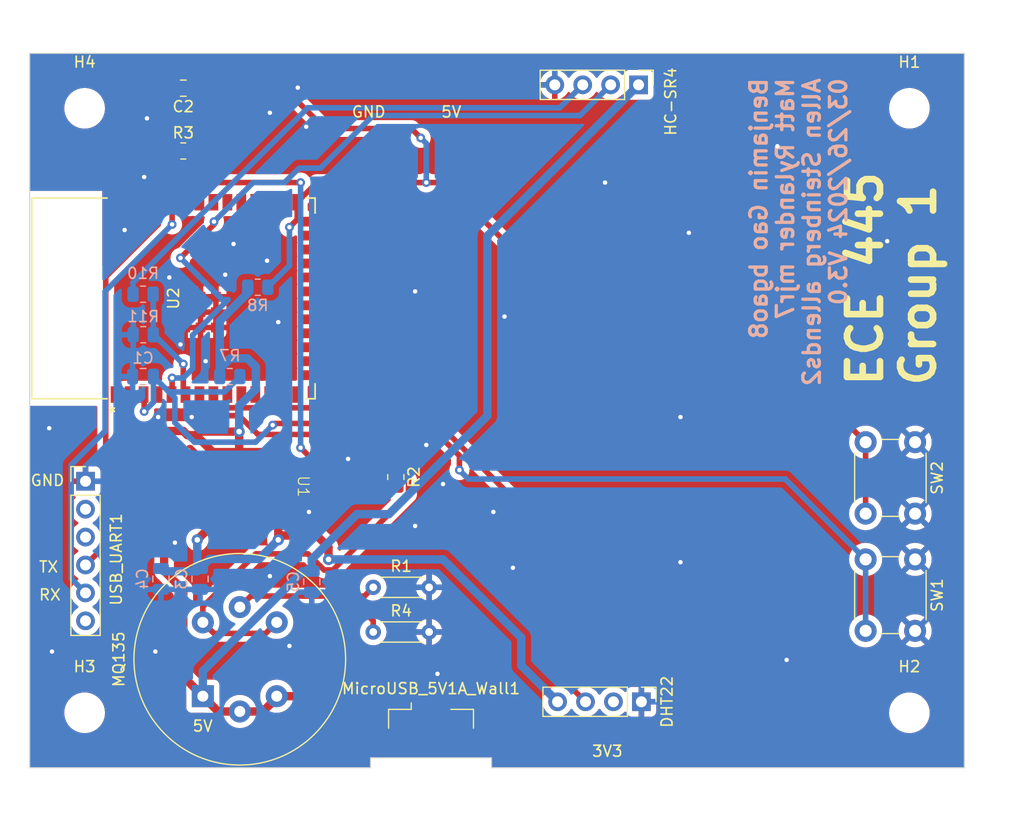
<source format=kicad_pcb>
(kicad_pcb (version 20221018) (generator pcbnew)
  (layers (0 "F.Cu" signal) (31 "B.Cu" signal) (34 "B.Paste" user) (35 "F.Paste" user) (36 "B.SilkS" user "B.Silkscreen") (37 "F.SilkS" user "F.Silkscreen") (38 "B.Mask" user) (39 "F.Mask" user) (44 "Edge.Cuts" user))
  (net 0 "")
  (net 1 "/CHIP_PU")
  (net 2 "GND")
  (net 3 "/GPIO0_STRAPPING")
  (net 4 "+3V3")
  (net 5 "+5V")
  (net 6 "/S")
  (net 7 "/Trig")
  (net 8 "Net-(HC-SR4-Pin_3)")
  (net 12 "/GPIO46_STRAPPING")
  (net 13 "/GPIO3_STRAPPING")
  (net 14 "/A0")
  (net 15 "/Echo")
  (net 16 "/VBAT_SENSE")
  (net 17 "/GPIO16")
  (net 18 "/GPIO17")
  (net 19 "/GPIO18")
  (net 20 "/M1_FAULT")
  (net 21 "/D-")
  (net 22 "/D+")
  (net 23 "/M1_EN")
  (net 24 "/M1_PWM")
  (net 25 "/M1_DIR")
  (net 26 "/M2_FAULT")
  (net 27 "/M2_EN")
  (net 28 "/M2_PWM")
  (net 29 "/M2_DIR")
  (net 30 "/CAMERA_CS")
  (net 31 "/CAMERA_MOSI")
  (net 32 "/GPIO45_STRAPPING")
  (net 33 "/ZMOD_RES_N")
  (net 34 "/ZMOD_INT")
  (net 35 "/ZMOD_SDA")
  (net 36 "/ZMOD_SCL")
  (net 37 "/MTCK")
  (net 38 "/MTDO")
  (net 39 "/MTDI")
  (net 40 "/MTMS")
  (net 41 "/RX")
  (net 42 "/TX")
  (net 43 "/I_M_1")
  (net 44 "/I_M_2")
  (net 47 "Net-(MQ135-VH-)")
  (net 48 "Net-(R2-Pad2)")
  (footprint "Connector_PinHeader_2.54mm:PinHeader_1x04_P2.54mm_Vertical" (layer "F.Cu") (at 135.128 127 -90)
    (fp_text reference "DHT22" (at 0 -2.33 -90) (layer "F.SilkS"))
    (fp_text value "F_Header_Temp")
    (fp_line (start -1.33 -1.33) (end 0 -1.33) (stroke (width 0.12)) (layer "F.SilkS"))
    (fp_line (start -1.33 0) (end -1.33 -1.33) (stroke (width 0.12)) (layer "F.SilkS"))
    (fp_line (start -1.33 1.27) (end -1.33 8.95) (stroke (width 0.12)) (layer "F.SilkS"))
    (fp_line (start -1.33 1.27) (end 1.33 1.27) (stroke (width 0.12)) (layer "F.SilkS"))
    (fp_line (start -1.33 8.95) (end 1.33 8.95) (stroke (width 0.12)) (layer "F.SilkS"))
    (fp_line (start 1.33 1.27) (end 1.33 8.95) (stroke (width 0.12)) (layer "F.SilkS"))
    (pad "1" thru_hole rect (at 0 0 270) (size 1.7 1.7) (drill 1) (layers "*.Cu" "*.Mask") (net 2 "GND"))
    (pad "2" thru_hole oval (at 0 2.54 270) (size 1.7 1.7) (drill 1) (layers "*.Cu" "*.Mask"))
    (pad "3" thru_hole oval (at 0 5.08 270) (size 1.7 1.7) (drill 1) (layers "*.Cu" "*.Mask") (net 6 "/S"))
    (pad "4" thru_hole oval (at 0 7.62 270) (size 1.7 1.7) (drill 1) (layers "*.Cu" "*.Mask") (net 4 "+3V3"))
  )
  (footprint "local_footprints:ESP32-S3-WROOM-1_EXP" (layer "F.Cu") (at 92.58 90.297 90)
    (fp_text reference "U2" (at 0 0 90 unlocked) (layer "F.SilkS"))
    (fp_text value "ESP32-S3-WROOM-1-N16R2")
    (fp_text user "*" (at -10.1343 -5.26 90) (layer "F.SilkS"))
    (fp_text user "*" (at -10.1343 -5.26 90 unlocked) (layer "F.SilkS"))
    (fp_line (start -9.1313 -12.8778) (end 9.1313 -12.8778) (stroke (width 0.1524)) (layer "F.SilkS"))
    (fp_line (start -9.1313 -6.03724) (end -9.1313 -12.8778) (stroke (width 0.1524)) (layer "F.SilkS"))
    (fp_line (start -9.1313 12.8778) (end -9.1313 12.02724) (stroke (width 0.1524)) (layer "F.SilkS"))
    (fp_line (start -7.76224 12.8778) (end -9.1313 12.8778) (stroke (width 0.1524)) (layer "F.SilkS"))
    (fp_line (start 9.1313 -12.8778) (end 9.1313 -6.03724) (stroke (width 0.1524)) (layer "F.SilkS"))
    (fp_line (start 9.1313 12.02724) (end 9.1313 12.8778) (stroke (width 0.1524)) (layer "F.SilkS"))
    (fp_line (start 9.1313 12.8778) (end 7.76224 12.8778) (stroke (width 0.1524)) (layer "F.SilkS"))
    (pad "1" smd rect (at -8.75 -5.26 90) (size 1.4986 0.889) (layers "F.Cu" "F.Paste" "F.Mask") (net 2 "GND"))
    (pad "2" smd rect (at -8.75 -3.99 90) (size 1.4986 0.889) (layers "F.Cu" "F.Paste" "F.Mask") (net 4 "+3V3"))
    (pad "3" smd rect (at -8.75 -2.72 90) (size 1.4986 0.889) (layers "F.Cu" "F.Paste" "F.Mask") (net 1 "/CHIP_PU"))
    (pad "4" smd rect (at -8.75 -1.45 90) (size 1.4986 0.889) (layers "F.Cu" "F.Paste" "F.Mask") (net 16 "/VBAT_SENSE"))
    (pad "5" smd rect (at -8.75 -0.18 90) (size 1.4986 0.889) (layers "F.Cu" "F.Paste" "F.Mask") (net 7 "/Trig"))
    (pad "6" smd rect (at -8.75 1.09 90) (size 1.4986 0.889) (layers "F.Cu" "F.Paste" "F.Mask") (net 15 "/Echo"))
    (pad "7" smd rect (at -8.75 2.36 90) (size 1.4986 0.889) (layers "F.Cu" "F.Paste" "F.Mask") (net 14 "/A0"))
    (pad "8" smd rect (at -8.75 3.63 90) (size 1.4986 0.889) (layers "F.Cu" "F.Paste" "F.Mask") (net 6 "/S"))
    (pad "9" smd rect (at -8.75 4.9 90) (size 1.4986 0.889) (layers "F.Cu" "F.Paste" "F.Mask") (net 17 "/GPIO16"))
    (pad "10" smd rect (at -8.75 6.17 90) (size 1.4986 0.889) (layers "F.Cu" "F.Paste" "F.Mask") (net 18 "/GPIO17"))
    (pad "11" smd rect (at -8.75 7.44 90) (size 1.4986 0.889) (layers "F.Cu" "F.Paste" "F.Mask") (net 19 "/GPIO18"))
    (pad "12" smd rect (at -8.75 8.71 90) (size 1.4986 0.889) (layers "F.Cu" "F.Paste" "F.Mask") (net 20 "/M1_FAULT"))
    (pad "13" smd rect (at -8.75 9.98 90) (size 1.4986 0.889) (layers "F.Cu" "F.Paste" "F.Mask") (net 21 "/D-"))
    (pad "14" smd rect (at -8.75 11.25 90) (size 1.4986 0.889) (layers "F.Cu" "F.Paste" "F.Mask") (net 22 "/D+"))
    (pad "15" smd rect (at -6.985 12.5 180) (size 1.4986 0.889) (layers "F.Cu" "F.Paste" "F.Mask") (net 13 "/GPIO3_STRAPPING"))
    (pad "16" smd rect (at -5.715 12.5 180) (size 1.4986 0.889) (layers "F.Cu" "F.Paste" "F.Mask") (net 12 "/GPIO46_STRAPPING"))
    (pad "17" smd rect (at -4.445 12.5 180) (size 1.4986 0.889) (layers "F.Cu" "F.Paste" "F.Mask") (net 23 "/M1_EN"))
    (pad "18" smd rect (at -3.175 12.5 180) (size 1.4986 0.889) (layers "F.Cu" "F.Paste" "F.Mask") (net 24 "/M1_PWM"))
    (pad "19" smd rect (at -1.905 12.5 180) (size 1.4986 0.889) (layers "F.Cu" "F.Paste" "F.Mask") (net 25 "/M1_DIR"))
    (pad "20" smd rect (at -0.635 12.5 180) (size 1.4986 0.889) (layers "F.Cu" "F.Paste" "F.Mask") (net 26 "/M2_FAULT"))
    (pad "21" smd rect (at 0.635 12.5 180) (size 1.4986 0.889) (layers "F.Cu" "F.Paste" "F.Mask") (net 27 "/M2_EN"))
    (pad "22" smd rect (at 1.905 12.5 180) (size 1.4986 0.889) (layers "F.Cu" "F.Paste" "F.Mask") (net 28 "/M2_PWM"))
    (pad "23" smd rect (at 3.175 12.5 180) (size 1.4986 0.889) (layers "F.Cu" "F.Paste" "F.Mask") (net 29 "/M2_DIR"))
    (pad "24" smd rect (at 4.445 12.5 180) (size 1.4986 0.889) (layers "F.Cu" "F.Paste" "F.Mask") (net 30 "/CAMERA_CS"))
    (pad "25" smd rect (at 5.715 12.5 180) (size 1.4986 0.889) (layers "F.Cu" "F.Paste" "F.Mask") (net 31 "/CAMERA_MOSI"))
    (pad "26" smd rect (at 6.985 12.5 180) (size 1.4986 0.889) (layers "F.Cu" "F.Paste" "F.Mask") (net 32 "/GPIO45_STRAPPING"))
    (pad "27" smd rect (at 8.75 11.25 90) (size 1.4986 0.889) (layers "F.Cu" "F.Paste" "F.Mask") (net 3 "/GPIO0_STRAPPING"))
    (pad "28" smd rect (at 8.75 9.98 90) (size 1.4986 0.889) (layers "F.Cu" "F.Paste" "F.Mask") (net 33 "/ZMOD_RES_N"))
    (pad "29" smd rect (at 8.75 8.71 90) (size 1.4986 0.889) (layers "F.Cu" "F.Paste" "F.Mask") (net 34 "/ZMOD_INT"))
    (pad "30" smd rect (at 8.75 7.44 90) (size 1.4986 0.889) (layers "F.Cu" "F.Paste" "F.Mask") (net 35 "/ZMOD_SDA"))
    (pad "31" smd rect (at 8.75 6.17 90) (size 1.4986 0.889) (layers "F.Cu" "F.Paste" "F.Mask") (net 36 "/ZMOD_SCL"))
    (pad "32" smd rect (at 8.75 4.9 90) (size 1.4986 0.889) (layers "F.Cu" "F.Paste" "F.Mask") (net 37 "/MTCK"))
    (pad "33" smd rect (at 8.75 3.63 90) (size 1.4986 0.889) (layers "F.Cu" "F.Paste" "F.Mask") (net 38 "/MTDO"))
    (pad "34" smd rect (at 8.75 2.36 90) (size 1.4986 0.889) (layers "F.Cu" "F.Paste" "F.Mask") (net 39 "/MTDI"))
    (pad "35" smd rect (at 8.75 1.09 90) (size 1.4986 0.889) (layers "F.Cu" "F.Paste" "F.Mask") (net 40 "/MTMS"))
    (pad "36" smd rect (at 8.75 -0.18 90) (size 1.4986 0.889) (layers "F.Cu" "F.Paste" "F.Mask") (net 41 "/RX"))
    (pad "37" smd rect (at 8.75 -1.45 90) (size 1.4986 0.889) (layers "F.Cu" "F.Paste" "F.Mask") (net 42 "/TX"))
    (pad "38" smd rect (at 8.75 -2.72 90) (size 1.4986 0.889) (layers "F.Cu" "F.Paste" "F.Mask") (net 43 "/I_M_1"))
    (pad "39" smd rect (at 8.75 -3.99 90) (size 1.4986 0.889) (layers "F.Cu" "F.Paste" "F.Mask") (net 44 "/I_M_2"))
    (pad "40" smd rect (at 8.75 -5.26 90) (size 1.4986 0.889) (layers "F.Cu" "F.Paste" "F.Mask") (net 2 "GND"))
    (pad "41" smd rect (at -1.25 2.46 90) (size 0.889 0.889) (layers "F.Cu" "F.Paste" "F.Mask") (net 2 "GND"))
    (pad "42" smd rect (at -1.25 1.06 90) (size 0.889 0.889) (layers "F.Cu" "F.Paste" "F.Mask") (net 2 "GND"))
    (pad "43" smd rect (at -2.65 1.06 90) (size 0.889 0.889) (layers "F.Cu" "F.Paste" "F.Mask") (net 2 "GND"))
    (pad "44" smd rect (at -2.65 2.46 90) (size 0.889 0.889) (layers "F.Cu" "F.Paste" "F.Mask") (net 2 "GND"))
    (pad "45" smd rect (at -2.65 3.86 90) (size 0.889 0.889) (layers "F.Cu" "F.Paste" "F.Mask") (net 2 "GND"))
    (pad "46" smd rect (at -1.25 3.86 90) (size 0.889 0.889) (layers "F.Cu" "F.Paste" "F.Mask") (net 2 "GND"))
    (pad "47" smd rect (at 0.15 3.86 90) (size 0.889 0.889) (layers "F.Cu" "F.Paste" "F.Mask") (net 2 "GND"))
    (pad "48" smd rect (at 0.15 2.46 90) (size 0.889 0.889) (layers "F.Cu" "F.Paste" "F.Mask") (net 2 "GND"))
    (pad "49" smd rect (at 0.15 1.06 90) (size 0.889 0.889) (layers "F.Cu" "F.Paste" "F.Mask") (net 2 "GND"))
  )
  (footprint "MountingHole:MountingHole_3.2mm_M3" (layer "F.Cu") (at 84.5 128)
    (fp_text reference "H3" (at 0 -4.2) (layer "F.SilkS"))
    (fp_text value "MountingHole")
    (pad "" np_thru_hole circle (at 0 0) (size 3.2 3.2) (drill 3.2) (layers "*.Cu" "*.Mask"))
  )
  (footprint "Sensor:MQ-6" (layer "F.Cu") (at 95.25 126.492 90)
    (fp_text reference "MQ135" (at 3.36 -7.64 90) (layer "F.SilkS"))
    (fp_text value "MQ-135")
    (fp_circle (center 3.36 3.36) (end 12.985 3.36) (stroke (width 0.12)) (fill none) (layer "F.SilkS"))
    (pad "1" thru_hole rect (at 0 0 90) (size 2 2) (drill 1) (layers "*.Cu" "*.Mask") (net 5 "+5V"))
    (pad "2" thru_hole circle (at -1.39 3.36 90) (size 2 2) (drill 1) (layers "*.Cu" "*.Mask") (net 5 "+5V"))
    (pad "3" thru_hole circle (at 0 6.72 180) (size 2 2) (drill 1) (layers "*.Cu" "*.Mask") (net 5 "+5V"))
    (pad "4" thru_hole circle (at 6.72 6.72 270) (size 2 2) (drill 1) (layers "*.Cu" "*.Mask") (net 14 "/A0"))
    (pad "5" thru_hole circle (at 8.11 3.36 90) (size 2 2) (drill 1) (layers "*.Cu" "*.Mask") (net 47 "Net-(MQ135-VH-)"))
    (pad "6" thru_hole circle (at 6.72 0) (size 2 2) (drill 1) (layers "*.Cu" "*.Mask") (net 14 "/A0"))
  )
  (footprint "Button_Switch_THT:SW_PUSH_6mm" (layer "F.Cu") (at 160.02 103.378 -90)
    (fp_text reference "SW2" (at 3.25 -2 -90) (layer "F.SilkS"))
    (fp_text value "SW_Push")
    (fp_line (start -0.25 1.5) (end -0.25 3) (stroke (width 0.12)) (layer "F.SilkS"))
    (fp_line (start 1 5.5) (end 5.5 5.5) (stroke (width 0.12)) (layer "F.SilkS"))
    (fp_line (start 5.5 -1) (end 1 -1) (stroke (width 0.12)) (layer "F.SilkS"))
    (fp_line (start 6.75 3) (end 6.75 1.5) (stroke (width 0.12)) (layer "F.SilkS"))
    (pad "1" thru_hole circle (at 0 0) (size 2 2) (drill 1.1) (layers "*.Cu" "*.Mask") (net 2 "GND"))
    (pad "1" thru_hole circle (at 6.5 0) (size 2 2) (drill 1.1) (layers "*.Cu" "*.Mask") (net 2 "GND"))
    (pad "2" thru_hole circle (at 0 4.5) (size 2 2) (drill 1.1) (layers "*.Cu" "*.Mask") (net 3 "/GPIO0_STRAPPING"))
    (pad "2" thru_hole circle (at 6.5 4.5) (size 2 2) (drill 1.1) (layers "*.Cu" "*.Mask") (net 3 "/GPIO0_STRAPPING"))
  )
  (footprint "Connector_USB:USB_Micro-B_Amphenol_10104110_Horizontal" (layer "F.Cu") (at 116 129.35)
    (fp_text reference "MicroUSB_5V1A_Wall1" (at 0 -3.55) (layer "F.SilkS"))
    (fp_text value "Conn_01x05")
    (fp_line (start -3.86 -1.66) (end -1.8 -1.66) (stroke (width 0.12)) (layer "F.SilkS"))
    (fp_line (start -3.86 0.05) (end -3.86 -1.66) (stroke (width 0.12)) (layer "F.SilkS"))
    (fp_line (start -1.8 -1.66) (end -1.8 -2.25) (stroke (width 0.12)) (layer "F.SilkS"))
    (fp_line (start 3.86 -1.66) (end 1.8 -1.66) (stroke (width 0.12)) (layer "F.SilkS"))
    (fp_line (start 3.86 0.05) (end 3.86 -1.66) (stroke (width 0.12)) (layer "F.SilkS"))
    (pad "1" smd rect (at -1.3 -1.55) (size 0.4 1.4) (layers "F.Cu" "F.Paste" "F.Mask") (net 5 "+5V"))
    (pad "2" smd rect (at -0.65 -1.55) (size 0.4 1.4) (layers "F.Cu" "F.Paste" "F.Mask"))
    (pad "3" smd rect (at 0 -1.55) (size 0.4 1.4) (layers "F.Cu" "F.Paste" "F.Mask"))
    (pad "4" smd rect (at 0.65 -1.55) (size 0.4 1.4) (layers "F.Cu" "F.Paste" "F.Mask"))
    (pad "5" smd rect (at 1.3 -1.55) (size 0.4 1.4) (layers "F.Cu" "F.Paste" "F.Mask") (net 2 "GND"))
    (pad "6" smd rect (at -3.75 1.3) (size 2.3 1.9) (layers "F.Cu" "F.Paste" "F.Mask") (net 2 "GND"))
    (pad "6" smd rect (at -1.15 1.3) (size 1.8 1.9) (layers "F.Cu" "F.Paste" "F.Mask") (net 2 "GND"))
    (pad "6" smd rect (at 1.15 1.3) (size 1.8 1.9) (layers "F.Cu" "F.Paste" "F.Mask") (net 2 "GND"))
    (pad "6" smd rect (at 3.75 1.3) (size 2.3 1.9) (layers "F.Cu" "F.Paste" "F.Mask") (net 2 "GND"))
  )
  (footprint "Resistor_SMD:R_0805_2012Metric" (layer "F.Cu") (at 112.7995 106.553 -90)
    (fp_text reference "R2" (at 0 -1.65 90) (layer "F.SilkS"))
    (fp_text value "10k")
    (fp_line (start -0.227064 -0.735) (end 0.227064 -0.735) (stroke (width 0.12)) (layer "F.SilkS"))
    (fp_line (start -0.227064 0.735) (end 0.227064 0.735) (stroke (width 0.12)) (layer "F.SilkS"))
    (pad "1" smd roundrect (at -0.9125 0 270) (size 1.025 1.4) (layers "F.Cu" "F.Paste" "F.Mask") (roundrect_rratio 0.243902439) (net 14 "/A0"))
    (pad "2" smd roundrect (at 0.9125 0 270) (size 1.025 1.4) (layers "F.Cu" "F.Paste" "F.Mask") (roundrect_rratio 0.243902439) (net 48 "Net-(R2-Pad2)"))
  )
  (footprint "Connector_PinHeader_2.54mm:PinHeader_1x06_P2.54mm_Vertical" (layer "F.Cu") (at 84.582 106.934)
    (fp_text reference "USB_UART1" (at 2.794 7.112 -90) (layer "F.SilkS"))
    (fp_text value "Conn_01x06")
    (fp_line (start -1.33 -1.33) (end 0 -1.33) (stroke (width 0.12)) (layer "F.SilkS"))
    (fp_line (start -1.33 0) (end -1.33 -1.33) (stroke (width 0.12)) (layer "F.SilkS"))
    (fp_line (start -1.33 1.27) (end -1.33 14.03) (stroke (width 0.12)) (layer "F.SilkS"))
    (fp_line (start -1.33 1.27) (end 1.33 1.27) (stroke (width 0.12)) (layer "F.SilkS"))
    (fp_line (start -1.33 14.03) (end 1.33 14.03) (stroke (width 0.12)) (layer "F.SilkS"))
    (fp_line (start 1.33 1.27) (end 1.33 14.03) (stroke (width 0.12)) (layer "F.SilkS"))
    (pad "1" thru_hole rect (at 0 0) (size 1.7 1.7) (drill 1) (layers "*.Cu" "*.Mask") (net 2 "GND"))
    (pad "2" thru_hole oval (at 0 2.54) (size 1.7 1.7) (drill 1) (layers "*.Cu" "*.Mask"))
    (pad "3" thru_hole oval (at 0 5.08) (size 1.7 1.7) (drill 1) (layers "*.Cu" "*.Mask"))
    (pad "4" thru_hole oval (at 0 7.62) (size 1.7 1.7) (drill 1) (layers "*.Cu" "*.Mask") (net 42 "/TX"))
    (pad "5" thru_hole oval (at 0 10.16) (size 1.7 1.7) (drill 1) (layers "*.Cu" "*.Mask") (net 41 "/RX"))
    (pad "6" thru_hole oval (at 0 12.7) (size 1.7 1.7) (drill 1) (layers "*.Cu" "*.Mask"))
  )
  (footprint "Button_Switch_THT:SW_PUSH_6mm" (layer "F.Cu") (at 160.02 114.046 -90)
    (fp_text reference "SW1" (at 3.25 -2 -90) (layer "F.SilkS"))
    (fp_text value "SW_Push")
    (fp_line (start -0.25 1.5) (end -0.25 3) (stroke (width 0.12)) (layer "F.SilkS"))
    (fp_line (start 1 5.5) (end 5.5 5.5) (stroke (width 0.12)) (layer "F.SilkS"))
    (fp_line (start 5.5 -1) (end 1 -1) (stroke (width 0.12)) (layer "F.SilkS"))
    (fp_line (start 6.75 3) (end 6.75 1.5) (stroke (width 0.12)) (layer "F.SilkS"))
    (pad "1" thru_hole circle (at 0 0) (size 2 2) (drill 1.1) (layers "*.Cu" "*.Mask") (net 2 "GND"))
    (pad "1" thru_hole circle (at 6.5 0) (size 2 2) (drill 1.1) (layers "*.Cu" "*.Mask") (net 2 "GND"))
    (pad "2" thru_hole circle (at 0 4.5) (size 2 2) (drill 1.1) (layers "*.Cu" "*.Mask") (net 1 "/CHIP_PU"))
    (pad "2" thru_hole circle (at 6.5 4.5) (size 2 2) (drill 1.1) (layers "*.Cu" "*.Mask") (net 1 "/CHIP_PU"))
  )
  (footprint "Capacitor_SMD:C_0805_2012Metric" (layer "F.Cu") (at 93.472 71.1685 180)
    (fp_text reference "C2" (at 0 -1.68) (layer "F.SilkS"))
    (fp_text value "1u")
    (fp_line (start -0.261252 -0.735) (end 0.261252 -0.735) (stroke (width 0.12)) (layer "F.SilkS"))
    (fp_line (start -0.261252 0.735) (end 0.261252 0.735) (stroke (width 0.12)) (layer "F.SilkS"))
    (pad "1" smd roundrect (at -0.95 0 180) (size 1 1.45) (layers "F.Cu" "F.Paste" "F.Mask") (net 3 "/GPIO0_STRAPPING"))
    (pad "2" smd roundrect (at 0.95 0 180) (size 1 1.45) (layers "F.Cu" "F.Paste" "F.Mask") (net 2 "GND"))
  )
  (footprint "local_footprints:AZ1117C-TO252-2" (layer "F.Cu") (at 99.314 107.402 -90)
    (fp_text reference "U1" (at 0 -5.08 -90 unlocked) (layer "F.SilkS") (effects (font (thickness 0.1))))
    (fp_text value "AZ1117-3.3")
    (pad "1" smd rect (at -2.3 6.85 270) (size 1.5 2.5) (layers "F.Cu" "F.Paste" "F.Mask") (net 2 "GND"))
    (pad "2" smd rect (at 0 0 270) (size 7 7) (layers "F.Cu" "F.Paste" "F.Mask") (net 4 "+3V3"))
    (pad "3" smd rect (at 2.3 6.85 270) (size 1.5 2.5) (layers "F.Cu" "F.Paste" "F.Mask") (net 5 "+5V"))
  )
  (footprint "Resistor_THT:R_Axial_DIN0204_L3.6mm_D1.6mm_P5.08mm_Horizontal" (layer "F.Cu") (at 110.744 116.586)
    (fp_text reference "R1" (at 2.54 -1.92) (layer "F.SilkS"))
    (fp_text value "10")
    (fp_line (start 0.62 -0.92) (end 4.46 -0.92) (stroke (width 0.12)) (layer "F.SilkS"))
    (fp_line (start 0.62 0.92) (end 4.46 0.92) (stroke (width 0.12)) (layer "F.SilkS"))
    (pad "1" thru_hole circle (at 0 0) (size 1.4 1.4) (drill 0.7) (layers "*.Cu" "*.Mask") (net 47 "Net-(MQ135-VH-)"))
    (pad "2" thru_hole oval (at 5.08 0) (size 1.4 1.4) (drill 0.7) (layers "*.Cu" "*.Mask") (net 2 "GND"))
  )
  (footprint "Resistor_SMD:R_0805_2012Metric" (layer "F.Cu") (at 93.472 76.8835)
    (fp_text reference "R3" (at 0 -1.65) (layer "F.SilkS"))
    (fp_text value "10k")
    (fp_line (start -0.227064 -0.735) (end 0.227064 -0.735) (stroke (width 0.12)) (layer "F.SilkS"))
    (fp_line (start -0.227064 0.735) (end 0.227064 0.735) (stroke (width 0.12)) (layer "F.SilkS"))
    (pad "1" smd roundrect (at -0.9125 0) (size 1.025 1.4) (layers "F.Cu" "F.Paste" "F.Mask") (roundrect_rratio 0.243902439) (net 48 "Net-(R2-Pad2)"))
    (pad "2" smd roundrect (at 0.9125 0) (size 1.025 1.4) (layers "F.Cu" "F.Paste" "F.Mask") (roundrect_rratio 0.243902439) (net 2 "GND"))
  )
  (footprint "MountingHole:MountingHole_3.2mm_M3" (layer "F.Cu") (at 159.5 73)
    (fp_text reference "H1" (at 0 -4.2) (layer "F.SilkS"))
    (fp_text value "MountingHole")
    (pad "" np_thru_hole circle (at 0 0) (size 3.2 3.2) (drill 3.2) (layers "*.Cu" "*.Mask"))
  )
  (footprint "Connector_PinHeader_2.54mm:PinHeader_1x04_P2.54mm_Vertical" (layer "F.Cu") (at 134.874 70.866 -90)
    (fp_text reference "HC-SR4" (at 1.524 -2.921 90) (layer "F.SilkS"))
    (fp_text value "F_Header_Ultrasonic")
    (fp_line (start -1.33 -1.33) (end 0 -1.33) (stroke (width 0.12)) (layer "F.SilkS"))
    (fp_line (start -1.33 0) (end -1.33 -1.33) (stroke (width 0.12)) (layer "F.SilkS"))
    (fp_line (start -1.33 1.27) (end -1.33 8.95) (stroke (width 0.12)) (layer "F.SilkS"))
    (fp_line (start -1.33 1.27) (end 1.33 1.27) (stroke (width 0.12)) (layer "F.SilkS"))
    (fp_line (start -1.33 8.95) (end 1.33 8.95) (stroke (width 0.12)) (layer "F.SilkS"))
    (fp_line (start 1.33 1.27) (end 1.33 8.95) (stroke (width 0.12)) (layer "F.SilkS"))
    (pad "1" thru_hole rect (at 0 0 270) (size 1.7 1.7) (drill 1) (layers "*.Cu" "*.Mask") (net 5 "+5V"))
    (pad "2" thru_hole oval (at 0 2.54 270) (size 1.7 1.7) (drill 1) (layers "*.Cu" "*.Mask") (net 7 "/Trig"))
    (pad "3" thru_hole oval (at 0 5.08 270) (size 1.7 1.7) (drill 1) (layers "*.Cu" "*.Mask") (net 8 "Net-(HC-SR4-Pin_3)"))
    (pad "4" thru_hole oval (at 0 7.62 270) (size 1.7 1.7) (drill 1) (layers "*.Cu" "*.Mask") (net 2 "GND"))
  )
  (footprint "MountingHole:MountingHole_3.2mm_M3" (layer "F.Cu") (at 84.5 73)
    (fp_text reference "H4" (at 0 -4.2) (layer "F.SilkS"))
    (fp_text value "MountingHole")
    (pad "" np_thru_hole circle (at 0 0) (size 3.2 3.2) (drill 3.2) (layers "*.Cu" "*.Mask"))
  )
  (footprint "MountingHole:MountingHole_3.2mm_M3" (layer "F.Cu") (at 159.5 128)
    (fp_text reference "H2" (at 0 -4.2) (layer "F.SilkS"))
    (fp_text value "MountingHole")
    (pad "" np_thru_hole circle (at 0 0) (size 3.2 3.2) (drill 3.2) (layers "*.Cu" "*.Mask"))
  )
  (footprint "Resistor_THT:R_Axial_DIN0204_L3.6mm_D1.6mm_P5.08mm_Horizontal" (layer "F.Cu") (at 110.744 120.65)
    (fp_text reference "R4" (at 2.54 -1.92) (layer "F.SilkS"))
    (fp_text value "10")
    (fp_line (start 0.62 -0.92) (end 4.46 -0.92) (stroke (width 0.12)) (layer "F.SilkS"))
    (fp_line (start 0.62 0.92) (end 4.46 0.92) (stroke (width 0.12)) (layer "F.SilkS"))
    (pad "1" thru_hole circle (at 0 0) (size 1.4 1.4) (drill 0.7) (layers "*.Cu" "*.Mask") (net 47 "Net-(MQ135-VH-)"))
    (pad "2" thru_hole oval (at 5.08 0) (size 1.4 1.4) (drill 0.7) (layers "*.Cu" "*.Mask") (net 2 "GND"))
  )
  (footprint "Resistor_SMD:R_0805_2012Metric" (layer "B.Cu") (at 97.704 97.409)
    (fp_text reference "R7" (at 0 -1.905) (layer "B.SilkS") (effects (justify mirror)))
    (fp_text value "100k")
    (fp_line (start -0.227064 -0.735) (end 0.227064 -0.735) (stroke (width 0.12)) (layer "B.SilkS"))
    (fp_line (start -0.227064 0.735) (end 0.227064 0.735) (stroke (width 0.12)) (layer "B.SilkS"))
    (pad "1" smd roundrect (at -0.9125 0) (size 1.025 1.4) (layers "B.Cu" "B.Paste" "B.Mask") (roundrect_rratio 0.243902439) (net 4 "+3V3"))
    (pad "2" smd roundrect (at 0.9125 0) (size 1.025 1.4) (layers "B.Cu" "B.Paste" "B.Mask") (roundrect_rratio 0.243902439) (net 1 "/CHIP_PU"))
  )
  (footprint "Resistor_SMD:R_0805_2012Metric" (layer "B.Cu") (at 89.8125 89.916)
    (fp_text reference "R10" (at 0 -1.905) (layer "B.SilkS") (effects (justify mirror)))
    (fp_text value "1k")
    (fp_line (start -0.227064 -0.735) (end 0.227064 -0.735) (stroke (width 0.12)) (layer "B.SilkS"))
    (fp_line (start -0.227064 0.735) (end 0.227064 0.735) (stroke (width 0.12)) (layer "B.SilkS"))
    (pad "1" smd roundrect (at -0.9125 0) (size 1.025 1.4) (layers "B.Cu" "B.Paste" "B.Mask") (roundrect_rratio 0.243902439) (net 8 "Net-(HC-SR4-Pin_3)"))
    (pad "2" smd roundrect (at 0.9125 0) (size 1.025 1.4) (layers "B.Cu" "B.Paste" "B.Mask") (roundrect_rratio 0.243902439) (net 15 "/Echo"))
  )
  (footprint "Capacitor_SMD:C_0805_2012Metric" (layer "B.Cu") (at 94.996 115.824 -90)
    (fp_text reference "C3" (at 0 1.68 90) (layer "B.SilkS") (effects (justify mirror)))
    (fp_text value "10u")
    (fp_line (start -0.261252 -0.735) (end 0.261252 -0.735) (stroke (width 0.12)) (layer "B.SilkS"))
    (fp_line (start -0.261252 0.735) (end 0.261252 0.735) (stroke (width 0.12)) (layer "B.SilkS"))
    (pad "1" smd roundrect (at -0.95 0 270) (size 1 1.45) (layers "B.Cu" "B.Paste" "B.Mask") (net 4 "+3V3"))
    (pad "2" smd roundrect (at 0.95 0 270) (size 1 1.45) (layers "B.Cu" "B.Paste" "B.Mask") (net 2 "GND"))
  )
  (footprint "Capacitor_SMD:C_0805_2012Metric" (layer "B.Cu") (at 105.156 116.078 -90)
    (fp_text reference "C5" (at 0 1.68 90) (layer "B.SilkS") (effects (justify mirror)))
    (fp_text value "10u")
    (fp_line (start -0.261252 -0.735) (end 0.261252 -0.735) (stroke (width 0.12)) (layer "B.SilkS"))
    (fp_line (start -0.261252 0.735) (end 0.261252 0.735) (stroke (width 0.12)) (layer "B.SilkS"))
    (pad "1" smd roundrect (at -0.95 0 270) (size 1 1.45) (layers "B.Cu" "B.Paste" "B.Mask") (net 5 "+5V"))
    (pad "2" smd roundrect (at 0.95 0 270) (size 1 1.45) (layers "B.Cu" "B.Paste" "B.Mask") (net 2 "GND"))
  )
  (footprint "Capacitor_SMD:C_0805_2012Metric" (layer "B.Cu") (at 91.44 115.824 -90)
    (fp_text reference "C4" (at 0 1.68 90) (layer "B.SilkS") (effects (justify mirror)))
    (fp_text value "100n")
    (fp_line (start -0.261252 -0.735) (end 0.261252 -0.735) (stroke (width 0.12)) (layer "B.SilkS"))
    (fp_line (start -0.261252 0.735) (end 0.261252 0.735) (stroke (width 0.12)) (layer "B.SilkS"))
    (pad "1" smd roundrect (at -0.95 0 270) (size 1 1.45) (layers "B.Cu" "B.Paste" "B.Mask") (net 4 "+3V3"))
    (pad "2" smd roundrect (at 0.95 0 270) (size 1 1.45) (layers "B.Cu" "B.Paste" "B.Mask") (net 2 "GND"))
  )
  (footprint "Capacitor_SMD:C_0805_2012Metric" (layer "B.Cu") (at 89.8125 97.409 180)
    (fp_text reference "C1" (at 0 1.68) (layer "B.SilkS") (effects (justify mirror)))
    (fp_text value "1u")
    (fp_line (start -0.261252 -0.735) (end 0.261252 -0.735) (stroke (width 0.12)) (layer "B.SilkS"))
    (fp_line (start -0.261252 0.735) (end 0.261252 0.735) (stroke (width 0.12)) (layer "B.SilkS"))
    (pad "1" smd roundrect (at -0.95 0 180) (size 1 1.45) (layers "B.Cu" "B.Paste" "B.Mask") (net 1 "/CHIP_PU"))
    (pad "2" smd roundrect (at 0.95 0 180) (size 1 1.45) (layers "B.Cu" "B.Paste" "B.Mask") (net 2 "GND"))
  )
  (footprint "Resistor_SMD:R_0805_2012Metric" (layer "B.Cu") (at 89.83 93.599 180)
    (fp_text reference "R11" (at 0 1.65) (layer "B.SilkS") (effects (justify mirror)))
    (fp_text value "2.2k")
    (fp_line (start -0.227064 -0.735) (end 0.227064 -0.735) (stroke (width 0.12)) (layer "B.SilkS"))
    (fp_line (start -0.227064 0.735) (end 0.227064 0.735) (stroke (width 0.12)) (layer "B.SilkS"))
    (pad "1" smd roundrect (at -0.9125 0 180) (size 1.025 1.4) (layers "B.Cu" "B.Paste" "B.Mask") (roundrect_rratio 0.243902439) (net 15 "/Echo"))
    (pad "2" smd roundrect (at 0.9125 0 180) (size 1.025 1.4) (layers "B.Cu" "B.Paste" "B.Mask") (roundrect_rratio 0.243902439) (net 2 "GND"))
  )
  (footprint "Resistor_SMD:R_0805_2012Metric" (layer "B.Cu") (at 100.244 89.281)
    (fp_text reference "R8" (at 0 1.65) (layer "B.SilkS") (effects (justify mirror)))
    (fp_text value "100k")
    (fp_line (start -0.227064 -0.735) (end 0.227064 -0.735) (stroke (width 0.12)) (layer "B.SilkS"))
    (fp_line (start -0.227064 0.735) (end 0.227064 0.735) (stroke (width 0.12)) (layer "B.SilkS"))
    (pad "1" smd roundrect (at -0.9125 0) (size 1.025 1.4) (layers "B.Cu" "B.Paste" "B.Mask") (roundrect_rratio 0.243902439) (net 4 "+3V3"))
    (pad "2" smd roundrect (at 0.9125 0) (size 1.025 1.4) (layers "B.Cu" "B.Paste" "B.Mask") (roundrect_rratio 0.243902439) (net 3 "/GPIO0_STRAPPING"))
  )
  (gr_line (start 164.5 133) (end 121.5 133) (stroke (width 0.1)) (layer "Edge.Cuts"))
  (gr_line (start 79.5 68) (end 79.5 133) (stroke (width 0.1)) (layer "Edge.Cuts"))
  (gr_line (start 110.5 132.1) (end 110.5 133) (stroke (width 0.1)) (layer "Edge.Cuts"))
  (gr_line (start 164.5 68) (end 79.5 68) (stroke (width 0.1)) (layer "Edge.Cuts"))
  (gr_line (start 121.5 133) (end 121.5 132.1) (stroke (width 0.1)) (layer "Edge.Cuts"))
  (gr_line (start 110.5 133) (end 79.5 133) (stroke (width 0.1)) (layer "Edge.Cuts"))
  (gr_line (start 110.5 132.1) (end 121.5 132.1) (stroke (width 0.1)) (layer "Edge.Cuts"))
  (gr_line (start 164.5 68) (end 164.5 133) (stroke (width 0.1)) (layer "Edge.Cuts"))
  (gr_text "Benjamin Gao bgao8	\nMatt Rylander mjr7 \nAllen Steinberg allends2\n03/26/2024 V3.0" (at 153.924 70.104 90) (layer "B.SilkS") (effects (font (size 1.5 1.5) (thickness 0.3) bold) (justify left bottom mirror)))
  (gr_text "GND" (at 79.502 107.442) (layer "F.SilkS") (effects (font (size 1 1)) (justify left bottom)))
  (gr_text "5V" (at 94.234 129.794) (layer "F.SilkS") (effects (font (size 1 1)) (justify left bottom)))
  (gr_text "ECE 445\nGroup 1" (at 162.052 98.552 90) (layer "F.SilkS") (effects (font (size 3 3) (thickness 0.6) bold) (justify left bottom)))
  (gr_text "RX" (at 80.264 117.856) (layer "F.SilkS") (effects (font (size 1 1)) (justify left bottom)))
  (gr_text "5V" (at 116.84 73.914) (layer "F.SilkS") (effects (font (size 1 1)) (justify left bottom)))
  (gr_text "3V3" (at 130.556 132.08) (layer "F.SilkS") (effects (font (size 1 1)) (justify left bottom)))
  (gr_text "TX" (at 80.264 115.316) (layer "F.SilkS") (effects (font (size 1 1)) (justify left bottom)))
  (gr_text "GND" (at 108.712 73.914) (layer "F.SilkS") (effects (font (size 1 1)) (justify left bottom)))
  (segment (start 101.746 101.6758) (end 115.6458 101.6758) (width 0.508) (layer "F.Cu") (net 1))
  (segment (start 89.916 100.584) (end 89.916 99.103) (width 0.508) (layer "F.Cu") (net 1))
  (segment (start 89.916 99.103) (end 89.86 99.047) (width 0.508) (layer "F.Cu") (net 1))
  (segment (start 101.6 101.8218) (end 101.746 101.6758) (width 0.508) (layer "F.Cu") (net 1))
  (segment (start 115.6458 101.6758) (end 118.58 104.61) (width 0.508) (layer "F.Cu") (net 1))
  (segment (start 118.58 104.61) (end 118.58 105.918) (width 0.508) (layer "F.Cu") (net 1))
  (via (at 101.6 101.8218) (size 0.8) (drill 0.4) (layers "F.Cu" "B.Cu") (net 1))
  (via (at 118.58 105.918) (size 0.8) (drill 0.4) (layers "F.Cu" "B.Cu") (net 1))
  (via (at 89.916 100.584) (size 0.8) (drill 0.4) (layers "F.Cu" "B.Cu") (net 1))
  (segment (start 119.394 106.732) (end 148.206 106.732) (width 0.508) (layer "B.Cu") (net 1))
  (segment (start 92.71 99.3565) (end 92.1595 98.806) (width 0.508) (layer "B.Cu") (net 1))
  (segment (start 155.52 114.046) (end 155.52 120.546) (width 0.508) (layer "B.Cu") (net 1))
  (segment (start 101.6 101.8218) (end 100.0438 103.378) (width 0.508) (layer "B.Cu") (net 1))
  (segment (start 90.7625 97.409) (end 90.7625 99.7375) (width 0.508) (layer "B.Cu") (net 1))
  (segment (start 90.7625 97.409) (end 92.1595 98.806) (width 0.508) (layer "B.Cu") (net 1))
  (segment (start 97.2195 98.806) (end 98.6165 97.409) (width 0.508) (layer "B.Cu") (net 1))
  (segment (start 92.1595 98.806) (end 97.2195 98.806) (width 0.508) (layer "B.Cu") (net 1))
  (segment (start 148.206 106.732) (end 155.52 114.046) (width 0.508) (layer "B.Cu") (net 1))
  (segment (start 94.488 103.378) (end 92.71 101.6) (width 0.508) (layer "B.Cu") (net 1))
  (segment (start 92.71 101.6) (end 92.71 99.3565) (width 0.508) (layer "B.Cu") (net 1))
  (segment (start 100.0438 103.378) (end 94.488 103.378) (width 0.508) (layer "B.Cu") (net 1))
  (segment (start 118.58 105.918) (end 119.394 106.732) (width 0.508) (layer "B.Cu") (net 1))
  (segment (start 90.7625 99.7375) (end 89.916 100.584) (width 0.508) (layer "B.Cu") (net 1))
  (segment (start 117.31 127.8) (end 117.348 127.762) (width 0.254) (layer "F.Cu") (net 2))
  (segment (start 117.3 127.8) (end 117.31 127.8) (width 0.254) (layer "F.Cu") (net 2))
  (segment (start 117.3 127.8) (end 117.3 126.238) (width 0.4) (layer "F.Cu") (net 2))
  (via (at 91.186 101.092) (size 0.8) (drill 0.4) (layers "F.Cu" "B.Cu") (net 2))
  (via (at 101.092 86.868) (size 0.8) (drill 0.4) (layers "F.Cu" "B.Cu") (net 2))
  (via (at 138.684 114.3) (size 0.8) (drill 0.4) (layers "F.Cu" "B.Cu") (net 2))
  (via (at 88.138 84.074) (size 0.8) (drill 0.4) (layers "F.Cu" "B.Cu") (net 2))
  (via (at 115.57 103.632) (size 0.8) (drill 0.4) (layers "F.Cu" "B.Cu") (net 2))
  (via (at 123.444 114.808) (size 0.8) (drill 0.4) (layers "F.Cu" "B.Cu") (net 2))
  (via (at 89.916 79.248) (size 0.8) (drill 0.4) (layers "F.Cu" "B.Cu") (net 2))
  (via (at 157.48 85.09) (size 0.8) (drill 0.4) (layers "F.Cu" "B.Cu") (net 2))
  (via (at 103.124 121.92) (size 0.8) (drill 0.4) (layers "F.Cu" "B.Cu") (net 2))
  (via (at 92.202 88.392) (size 0.8) (drill 0.4) (layers "F.Cu" "B.Cu") (net 2))
  (via (at 131.826 79.756) (size 0.8) (drill 0.4) (layers "F.Cu" "B.Cu") (net 2))
  (via (at 148.336 123.19) (size 0.8) (drill 0.4) (layers "F.Cu" "B.Cu") (net 2))
  (via (at 81.534 122.428) (size 0.8) (drill 0.4) (layers "F.Cu" "B.Cu") (net 2))
  (via (at 108.458 104.902) (size 0.8) (drill 0.4) (layers "F.Cu" "B.Cu") (net 2))
  (via (at 114.554 110.998) (size 0.8) (drill 0.4) (layers "F.Cu" "B.Cu") (net 2))
  (via (at 95.504 96.012) (size 0.8) (drill 0.4) (layers "F.Cu" "B.Cu") (net 2))
  (via (at 138.684 101.092) (size 0.8) (drill 0.4) (layers "F.Cu" "B.Cu") (net 2))
  (via (at 121.666 109.728) (size 0.8) (drill 0.4) (layers "F.Cu" "B.Cu") (net 2))
  (via (at 81.28 102.108) (size 0.8) (drill 0.4) (layers "F.Cu" "B.Cu") (net 2))
  (via (at 101.346 115.57) (size 0.8) (drill 0.4) (layers "F.Cu" "B.Cu") (net 2))
  (via (at 102.108 92.456) (size 0.8) (drill 0.4) (layers "F.Cu" "B.Cu") (net 2))
  (via (at 94.234 101.092) (size 0.8) (drill 0.4) (layers "F.Cu" "B.Cu") (net 2))
  (via (at 104.648 74.676) (size 0.8) (drill 0.4) (layers "F.Cu" "B.Cu") (net 2))
  (via (at 116.586 124.46) (size 0.8) (drill 0.4) (layers "F.Cu" "B.Cu") (net 2))
  (via (at 122.682 91.948) (size 0.8) (drill 0.4) (layers "F.Cu" "B.Cu") (net 2))
  (via (at 139.446 84.328) (size 0.8) (drill 0.4) (layers "F.Cu" "B.Cu") (net 2))
  (via (at 90.932 122.428) (size 0.8) (drill 0.4) (layers "F.Cu" "B.Cu") (net 2))
  (via (at 117.094 107.188) (size 0.8) (drill 0.4) (layers "F.Cu" "B.Cu") (net 2))
  (via (at 114.554 89.662) (size 0.8) (drill 0.4) (layers "F.Cu" "B.Cu") (net 2))
  (via (at 97.282 88.138) (size 0.8) (drill 0.4) (layers "F.Cu" "B.Cu") (net 2))
  (via (at 92.71 112.522) (size 0.8) (drill 0.4) (layers "F.Cu" "B.Cu") (net 2))
  (via (at 93.218 94.488) (size 0.8) (drill 0.4) (layers "F.Cu" "B.Cu") (net 2))
  (via (at 147.497604 76.451415) (size 0.8) (drill 0.4) (layers "F.Cu" "B.Cu") (net 2))
  (via (at 101.346 73.406) (size 0.8) (drill 0.4) (layers "F.Cu" "B.Cu") (net 2))
  (via (at 98.044 85.344) (size 0.8) (drill 0.4) (layers "F.Cu" "B.Cu") (net 2))
  (via (at 103.886 71.12) (size 0.8) (drill 0.4) (layers "F.Cu" "B.Cu") (net 2))
  (via (at 104.902 109.728) (size 0.8) (drill 0.4) (layers "F.Cu" "B.Cu") (net 2))
  (via (at 90.17 73.914) (size 0.8) (drill 0.4) (layers "F.Cu" "B.Cu") (net 2))
  (segment (start 103.124 83.82) (end 103.83 83.114) (width 0.508) (layer "F.Cu") (net 3))
  (segment (start 146.936 94.794) (end 155.52 103.378) (width 0.508) (layer "F.Cu") (net 3))
  (segment (start 117.348 79.756) (end 132.386 94.794) (width 0.508) (layer "F.Cu") (net 3))
  (segment (start 132.386 94.794) (end 146.936 94.794) (width 0.508) (layer "F.Cu") (net 3))
  (segment (start 115.57 79.756) (end 117.348 79.756) (width 0.508) (layer "F.Cu") (net 3))
  (segment (start 155.52 109.878) (end 155.52 103.378) (width 0.508) (layer "F.Cu") (net 3))
  (segment (start 105.621 79.756) (end 103.83 81.547) (width 0.508) (layer "F.Cu") (net 3))
  (segment (start 94.422 71.1685) (end 102.6645 71.1685) (width 0.508) (layer "F.Cu") (net 3))
  (segment (start 106.334 74.838) (end 114.208 74.838) (width 0.508) (layer "F.Cu") (net 3))
  (segment (start 114.208 74.838) (end 115.062 75.692) (width 0.508) (layer "F.Cu") (net 3))
  (segment (start 115.57 79.756) (end 105.621 79.756) (width 0.508) (layer "F.Cu") (net 3))
  (segment (start 102.6645 71.1685) (end 106.334 74.838) (width 0.508) (layer "F.Cu") (net 3))
  (segment (start 103.83 83.114) (end 103.83 81.547) (width 0.508) (layer "F.Cu") (net 3))
  (via (at 115.57 79.756) (size 0.8) (drill 0.4) (layers "F.Cu" "B.Cu") (net 3))
  (via (at 103.124 83.82) (size 0.8) (drill 0.4) (layers "F.Cu" "B.Cu") (net 3))
  (via (at 115.062 75.692) (size 0.8) (drill 0.4) (layers "F.Cu" "B.Cu") (net 3))
  (segment (start 101.1565 89.281) (end 103.124 87.3135) (width 0.508) (layer "B.Cu") (net 3))
  (segment (start 115.57 79.756) (end 115.57 76.2) (width 0.508) (layer "B.Cu") (net 3))
  (segment (start 103.124 87.3135) (end 103.124 83.82) (width 0.508) (layer "B.Cu") (net 3))
  (segment (start 115.57 76.2) (end 115.062 75.692) (width 0.508) (layer "B.Cu") (net 3))
  (segment (start 99.314 107.696) (end 99.314 107.442) (width 0.762) (layer "F.Cu") (net 4))
  (segment (start 102.108 112.268) (end 102.108 110.196) (width 0.762) (layer "F.Cu") (net 4))
  (segment (start 94.942 102.416) (end 94.615 102.743) (width 0.762) (layer "F.Cu") (net 4))
  (segment (start 93.472 102.362) (end 89.408 102.362) (width 0.762) (layer "F.Cu") (net 4))
  (segment (start 102.108 110.196) (end 99.314 107.402) (width 0.762) (layer "F.Cu") (net 4))
  (segment (start 102.108 112.268) (end 102.507 111.869) (width 0.762) (layer "F.Cu") (net 4))
  (segment (start 102.507 111.869) (end 105.607079 111.869) (width 0.762) (layer "F.Cu") (net 4))
  (segment (start 106.68 112.941921) (end 106.68 114.047) (width 0.762) (layer "F.Cu") (net 4))
  (segment (start 98.552 102.416) (end 98.552 106.64) (width 0.762) (layer "F.Cu") (net 4))
  (segment (start 98.552 102.416) (end 94.942 102.416) (width 0.762) (layer "F.Cu") (net 4))
  (segment (start 105.607079 111.869) (end 106.68 112.941921) (width 0.762) (layer "F.Cu") (net 4))
  (segment (start 99.314 107.442) (end 94.615 102.743) (width 0.762) (layer "F.Cu") (net 4))
  (segment (start 94.742 112.268) (end 99.314 107.696) (width 0.762) (layer "F.Cu") (net 4))
  (segment (start 89.408 102.362) (end 88.59 101.544) (width 0.762) (layer "F.Cu") (net 4))
  (segment (start 98.552 106.64) (end 99.314 107.402) (width 0.762) (layer "F.Cu") (net 4))
  (segment (start 94.615 102.743) (end 93.853 102.743) (width 0.762) (layer "F.Cu") (net 4))
  (segment (start 93.853 102.743) (end 93.472 102.362) (width 0.762) (layer "F.Cu") (net 4))
  (segment (start 88.59 101.544) (end 88.59 99.047) (width 0.762) (layer "F.Cu") (net 4))
  (via (at 106.68 114.047) (size 1.016) (drill 0.508) (layers "F.Cu" "B.Cu") (net 4))
  (via (at 94.742 112.268) (size 1.016) (drill 0.508) (layers "F.Cu" "B.Cu") (net 4))
  (via (at 98.552 102.416) (size 1.016) (drill 0.508) (layers "F.Cu" "B.Cu") (net 4))
  (via (at 102.108 112.268) (size 1.016) (drill 0.508) (layers "F.Cu" "B.Cu") (net 4))
  (segment (start 97.7425 95.758) (end 96.7915 96.709) (width 0.762) (layer "B.Cu") (net 4))
  (segment (start 94.742 112.268) (end 94.742 114.62) (width 0.762) (layer "B.Cu") (net 4))
  (segment (start 100.368 114.008) (end 102.108 112.268) (width 0.762) (layer "B.Cu") (net 4))
  (segment (start 94.996 114.874) (end 95.862 114.008) (width 0.762) (layer "B.Cu") (net 4))
  (segment (start 99.3315 89.809368) (end 99.3315 89.281) (width 0.762) (layer "B.Cu") (net 4))
  (segment (start 124.206 121.158) (end 117.095 114.047) (width 0.762) (layer "B.Cu") (net 4))
  (segment (start 96.7915 92.349368) (end 99.3315 89.809368) (width 0.762) (layer "B.Cu") (net 4))
  (segment (start 91.694 115.128) (end 94.742 115.128) (width 0.762) (layer "B.Cu") (net 4))
  (segment (start 100.076 98.552) (end 100.076 96.52) (width 0.762) (layer "B.Cu") (net 4))
  (segment (start 91.44 114.874) (end 91.694 115.128) (width 0.762) (layer "B.Cu") (net 4))
  (segment (start 96.7915 93.599) (end 96.7915 92.349368) (width 0.762) (layer "B.Cu") (net 4))
  (segment (start 124.206 123.698) (end 124.206 121.158) (width 0.762) (layer "B.Cu") (net 4))
  (segment (start 98.552 100.076) (end 100.076 98.552) (width 0.762) (layer "B.Cu") (net 4))
  (segment (start 96.7915 97.409) (end 96.7915 93.599) (width 0.762) (layer "B.Cu") (net 4))
  (segment (start 96.7915 96.709) (end 96.7915 97.409) (width 0.762) (layer "B.Cu") (net 4))
  (segment (start 98.806 114.008) (end 100.076 114.008) (width 0.762) (layer "B.Cu") (net 4))
  (segment (start 117.095 114.047) (end 106.68 114.047) (width 0.762) (layer "B.Cu") (net 4))
  (segment (start 127.508 127) (end 124.206 123.698) (width 0.762) (layer "B.Cu") (net 4))
  (segment (start 95.862 114.008) (end 98.806 114.008) (width 0.762) (layer "B.Cu") (net 4))
  (segment (start 94.742 114.62) (end 94.996 114.874) (width 0.762) (layer "B.Cu") (net 4))
  (segment (start 98.806 114.008) (end 100.368 114.008) (width 0.762) (layer "B.Cu") (net 4))
  (segment (start 99.314 95.758) (end 97.7425 95.758) (width 0.762) (layer "B.Cu") (net 4))
  (segment (start 98.552 102.416) (end 98.552 100.076) (width 0.762) (layer "B.Cu") (net 4))
  (segment (start 94.742 115.128) (end 94.996 114.874) (width 0.762) (layer "B.Cu") (net 4))
  (segment (start 100.076 96.52) (end 99.314 95.758) (width 0.762) (layer "B.Cu") (net 4))
  (segment (start 93.472 124.714) (end 95.25 126.492) (width 0.762) (layer "F.Cu") (net 5))
  (segment (start 107.725 126.492) (end 108.995 127.762) (width 0.762) (layer "F.Cu") (net 5))
  (segment (start 91.729 110.437) (end 91.729 115.097) (width 0.762) (layer "F.Cu") (net 5))
  (segment (start 100.718 127.882) (end 102.108 126.492) (width 0.762) (layer "F.Cu") (net 5))
  (segment (start 102.108 126.492) (end 107.725 126.492) (width 0.762) (layer "F.Cu") (net 5))
  (segment (start 108.995 127.762) (end 114.357 127.762) (width 0.762) (layer "F.Cu") (net 5))
  (segment (start 114.357 127.762) (end 114.518 127.923) (width 0.762) (layer "F.Cu") (net 5))
  (segment (start 96.64 127.882) (end 98.61 127.882) (width 0.762) (layer "F.Cu") (net 5))
  (segment (start 95.25 126.492) (end 96.64 127.882) (width 0.762) (layer "F.Cu") (net 5))
  (segment (start 93.472 116.84) (end 93.472 124.714) (width 0.762) (layer "F.Cu") (net 5))
  (segment (start 92.464 109.702) (end 91.729 110.437) (width 0.762) (layer "F.Cu") (net 5))
  (segment (start 91.729 115.097) (end 93.472 116.84) (width 0.762) (layer "F.Cu") (net 5))
  (segment (start 98.61 127.882) (end 100.718 127.882) (width 0.762) (layer "F.Cu") (net 5))
  (segment (start 95.25 126.492) (end 95.25 124.206) (width 0.762) (layer "B.Cu") (net 5))
  (segment (start 121.123 84.617) (end 134.874 70.866) (width 0.762) (layer "B.Cu") (net 5))
  (segment (start 105.156 114.030921) (end 109.258921 109.928) (width 0.762) (layer "B.Cu") (net 5))
  (segment (start 121.123 100.975662) (end 121.123 84.617) (width 0.762) (layer "B.Cu") (net 5))
  (segment (start 105.156 115.128) (end 105.156 114.030921) (width 0.762) (layer "B.Cu") (net 5))
  (segment (start 95.25 124.206) (end 104.328 115.128) (width 0.762) (layer "B.Cu") (net 5))
  (segment (start 112.170662 109.928) (end 121.123 100.975662) (width 0.762) (layer "B.Cu") (net 5))
  (segment (start 104.328 115.128) (end 105.156 115.128) (width 0.762) (layer "B.Cu") (net 5))
  (segment (start 109.258921 109.928) (end 112.170662 109.928) (width 0.762) (layer "B.Cu") (net 5))
  (segment (start 115.221563 100.2503) (end 96.5815 100.2503) (width 0.508) (layer "F.Cu") (net 6))
  (segment (start 126.746 111.774737) (end 115.221563 100.2503) (width 0.508) (layer "F.Cu") (net 6))
  (segment (start 130.048 127) (end 126.746 123.698) (width 0.508) (layer "F.Cu") (net 6))
  (segment (start 96.5815 100.2503) (end 96.21 99.8788) (width 0.508) (layer "F.Cu") (net 6))
  (segment (start 126.746 123.698) (end 126.746 111.774737) (width 0.508) (layer "F.Cu") (net 6))
  (segment (start 96.21 99.8788) (end 96.21 99.047) (width 0.508) (layer "F.Cu") (net 6))
  (segment (start 93.218 86.614) (end 96.266 83.566) (width 0.508) (layer "F.Cu") (net 7))
  (segment (start 92.456 98.991) (end 92.4 99.047) (width 0.508) (layer "F.Cu") (net 7))
  (segment (start 92.456 97.536) (end 92.456 98.991) (width 0.508) (layer "F.Cu") (net 7))
  (segment (start 96.266 83.566) (end 96.266 83.312) (width 0.508) (layer "F.Cu") (net 7))
  (via (at 96.266 83.312) (size 0.8) (drill 0.4) (layers "F.Cu" "B.Cu") (net 7))
  (via (at 92.456 97.536) (size 0.8) (drill 0.4) (layers "F.Cu" "B.Cu") (net 7))
  (via (at 93.218 86.614) (size 0.8) (drill 0.4) (layers "F.Cu" "B.Cu") (net 7))
  (segment (start 93.472 97.536) (end 92.456 97.536) (width 0.508) (layer "B.Cu") (net 7))
  (segment (start 105.948 78.441264) (end 110.729264 73.66) (width 0.508) (layer "B.Cu") (net 7))
  (segment (start 97.013 90.409) (end 93.218 86.614) (width 0.508) (layer "B.Cu") (net 7))
  (segment (start 96.266 83.312) (end 99.822 79.756) (width 0.508) (layer "B.Cu") (net 7))
  (segment (start 102.678261 79.756) (end 103.992997 78.441264) (width 0.508) (layer "B.Cu") (net 7))
  (segment (start 94.326 93.634) (end 94.326 96.682) (width 0.508) (layer "B.Cu") (net 7))
  (segment (start 94.326 96.682) (end 93.472 97.536) (width 0.508) (layer "B.Cu") (net 7))
  (segment (start 99.822 79.756) (end 102.678261 79.756) (width 0.508) (layer "B.Cu") (net 7))
  (segment (start 110.729264 73.66) (end 129.54 73.66) (width 0.508) (layer "B.Cu") (net 7))
  (segment (start 103.992997 78.441264) (end 105.948 78.441264) (width 0.508) (layer "B.Cu") (net 7))
  (segment (start 129.54 73.66) (end 132.334 70.866) (width 0.508) (layer "B.Cu") (net 7))
  (segment (start 97.551 90.409) (end 94.326 93.634) (width 0.508) (layer "B.Cu") (net 7))
  (segment (start 97.551 90.409) (end 97.013 90.409) (width 0.508) (layer "B.Cu") (net 7))
  (segment (start 88.9 88.853466) (end 104.801466 72.952) (width 0.508) (layer "B.Cu") (net 8))
  (segment (start 127.708 72.952) (end 129.794 70.866) (width 0.508) (layer "B.Cu") (net 8))
  (segment (start 104.801466 72.952) (end 127.708 72.952) (width 0.508) (layer "B.Cu") (net 8))
  (segment (start 88.9 89.916) (end 88.9 88.853466) (width 0.508) (layer "B.Cu") (net 8))
  (segment (start 113.9535 108.133974) (end 113.9535 106.7945) (width 0.508) (layer "F.Cu") (net 14))
  (segment (start 95.25 119.772) (end 95.25 118.357787) (width 0.508) (layer "F.Cu") (net 14))
  (segment (start 95.25 119.772) (end 96.25 120.772) (width 0.508) (layer "F.Cu") (net 14))
  (segment (start 112.7995 104.394) (end 112.7995 105.6405) (width 0.508) (layer "F.Cu") (net 14))
  (segment (start 100.26 102.6758) (end 98.552 100.9678) (width 0.508) (layer "F.Cu") (net 14))
  (segment (start 96.25 120.772) (end 100.97 120.772) (width 0.508) (layer "F.Cu") (net 14))
  (segment (start 106.281526 115.009) (end 107.078474 115.009) (width 0.508) (layer "F.Cu") (net 14))
  (segment (start 94.94 100.3043) (end 94.94 99.047) (width 0.508) (layer "F.Cu") (net 14))
  (segment (start 95.25 118.357787) (end 100.069787 113.538) (width 0.508) (layer "F.Cu") (net 14))
  (segment (start 113.9535 106.7945) (end 112.7995 105.6405) (width 0.508) (layer "F.Cu") (net 14))
  (segment (start 112.7995 104.394) (end 111.0813 102.6758) (width 0.508) (layer "F.Cu") (net 14))
  (segment (start 104.810526 113.538) (end 106.281526 115.009) (width 0.508) (layer "F.Cu") (net 14))
  (segment (start 107.078474 115.009) (end 113.9535 108.133974) (width 0.508) (layer "F.Cu") (net 14))
  (segment (start 98.552 100.9678) (end 95.6035 100.9678) (width 0.508) (layer "F.Cu") (net 14))
  (segment (start 100.069787 113.538) (end 104.810526 113.538) (width 0.508) (layer "F.Cu") (net 14))
  (segment (start 111.0813 102.6758) (end 100.26 102.6758) (width 0.508) (layer "F.Cu") (net 14))
  (segment (start 100.97 120.772) (end 101.97 119.772) (width 0.508) (layer "F.Cu") (net 14))
  (segment (start 95.6035 100.9678) (end 94.94 100.3043) (width 0.508) (layer "F.Cu") (net 14))
  (segment (start 93.472 96.266) (end 93.472 98.849) (width 0.508) (layer "F.Cu") (net 15))
  (segment (start 93.472 98.849) (end 93.67 99.047) (width 0.508) (layer "F.Cu") (net 15))
  (via (at 93.472 96.266) (size 0.8) (drill 0.4) (layers "F.Cu" "B.Cu") (net 15))
  (segment (start 90.7425 89.9335) (end 90.725 89.916) (width 0.508) (layer "B.Cu") (net 15))
  (segment (start 90.7425 93.599) (end 90.805 93.599) (width 0.508) (layer "B.Cu") (net 15))
  (segment (start 90.7425 93.599) (end 90.7425 89.9335) (width 0.508) (layer "B.Cu") (net 15))
  (segment (start 90.805 93.599) (end 93.472 96.266) (width 0.508) (layer "B.Cu") (net 15))
  (segment (start 92.456 81.603) (end 92.4 81.547) (width 0.508) (layer "F.Cu") (net 41))
  (segment (start 92.456 83.566) (end 92.456 81.603) (width 0.508) (layer "F.Cu") (net 41))
  (via (at 92.456 83.566) (size 0.8) (drill 0.4) (layers "F.Cu" "B.Cu") (net 41))
  (segment (start 83.278 105.444) (end 86.36 102.362) (width 0.508) (layer "B.Cu") (net 41))
  (segment (start 86.36 102.362) (end 86.36 89.662) (width 0.508) (layer "B.Cu") (net 41))
  (segment (start 86.36 89.662) (end 92.456 83.566) (width 0.508) (layer "B.Cu") (net 41))
  (segment (start 84.582 117.094) (end 83.278 115.79) (width 0.508) (layer "B.Cu") (net 41))
  (segment (start 83.278 115.79) (end 83.278 105.444) (width 0.508) (layer "B.Cu") (net 41))
  (segment (start 91.186 83.566) (end 91.186 81.603) (width 0.508) (layer "F.Cu") (net 42))
  (segment (start 91.186 81.603) (end 91.13 81.547) (width 0.508) (layer "F.Cu") (net 42))
  (segment (start 91.186 83.566) (end 86.4215 88.3305) (width 0.508) (layer "F.Cu") (net 42))
  (segment (start 86.4215 112.7145) (end 84.582 114.554) (width 0.508) (layer "F.Cu") (net 42))
  (segment (start 86.4215 88.3305) (end 86.4215 112.7145) (width 0.508) (layer "F.Cu") (net 42))
  (segment (start 99.61 117.382) (end 108.492 117.382) (width 0.508) (layer "F.Cu") (net 47))
  (segment (start 109.948 117.382) (end 108.492 117.382) (width 0.508) (layer "F.Cu") (net 47))
  (segment (start 110.744 116.586) (end 109.948 117.382) (width 0.508) (layer "F.Cu") (net 47))
  (segment (start 98.61 118.382) (end 99.61 117.382) (width 0.508) (layer "F.Cu") (net 47))
  (segment (start 108.492 117.382) (end 110.744 119.634) (width 0.508) (layer "F.Cu") (net 47))
  (segment (start 110.744 119.634) (end 110.744 120.65) (width 0.508) (layer "F.Cu") (net 47))
  (segment (start 107.757 107.503) (end 112.762 107.503) (width 0.508) (layer "F.Cu") (net 48))
  (segment (start 95.432 79.756) (end 104.14 79.756) (width 0.508) (layer "F.Cu") (net 48))
  (segment (start 92.5595 76.8835) (end 95.432 79.756) (width 0.508) (layer "F.Cu") (net 48))
  (segment (start 104.14 103.886) (end 107.757 107.503) (width 0.508) (layer "F.Cu") (net 48))
  (segment (start 112.762 107.503) (end 112.7995 107.4655) (width 0.508) (layer "F.Cu") (net 48))
  (via (at 104.14 103.886) (size 0.8) (drill 0.4) (layers "F.Cu" "B.Cu") (net 48))
  (via (at 104.14 79.756) (size 0.8) (drill 0.4) (layers "F.Cu" "B.Cu") (net 48))
  (segment (start 104.14 103.886) (end 104.14 79.756) (width 0.508) (layer "B.Cu") (net 48))
  (zone (net 2) (net_name "GND") (layers "F&B.Cu") (connect_pads (clearance 0.508)) (min_thickness 0.254) (fill yes (thermal_gap 0.508) (thermal_bridge_width 0.508))
    (polygon (pts (xy 77.059066 66.557398) (xy 76.805066 139.201398) (xy 168.148 139.192) (xy 169.926 65.278)))
  )
  (zone (net 0) (net_name "") (layers "F&B.Cu") (connect_pads (clearance 0)) (min_thickness 0.25)
    (keepout (tracks not_allowed) (vias not_allowed) (pads not_allowed) (copperpour not_allowed) (footprints allowed))
    (fill (thermal_gap 0.5) (thermal_bridge_width 0.5))
    (polygon (pts (xy 77.978 80.518) (xy 77.724 100.076) (xy 86.106 100.076) (xy 86.106 80.518)))
  )
)
</source>
